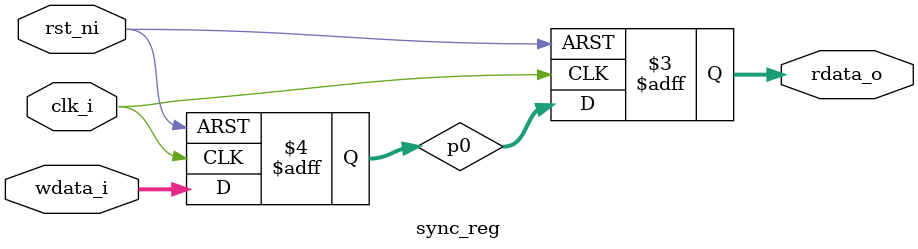
<source format=v>
/*
* 2 DFF sync clock domain crossing
* for async fifo queue
*/
`timescale 1ns/1ps
module sync_reg #(
    parameter WIDTH = 32
) (
    input wire clk_i,
    input wire rst_ni,
    input wire [WIDTH-1:0] wdata_i,
    output reg [WIDTH-1:0] rdata_o
);

reg [WIDTH-1:0] p0;

always @(posedge clk_i, negedge rst_ni)
    if(~rst_ni) begin
        p0 <= 0;
        rdata_o <= 0;
    end
    else
        {rdata_o, p0} <= {p0, wdata_i};

endmodule
</source>
